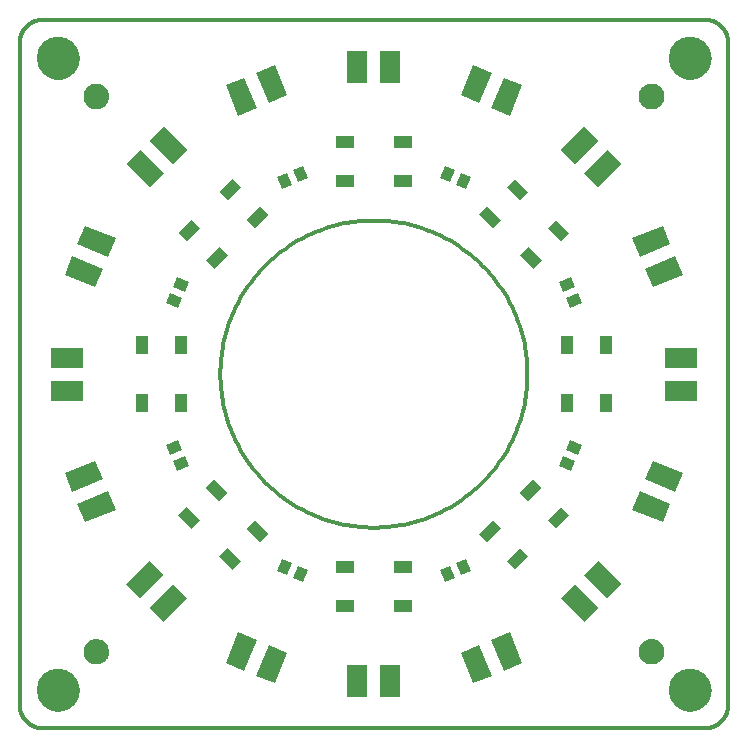
<source format=gts>
G75*
%MOIN*%
%OFA0B0*%
%FSLAX25Y25*%
%IPPOS*%
%LPD*%
%AMOC8*
5,1,8,0,0,1.08239X$1,22.5*
%
%ADD10C,0.01181*%
%ADD11C,0.00000*%
%ADD12C,0.14180*%
%ADD13R,0.06699X0.11030*%
%ADD14R,0.11030X0.06699*%
%ADD15C,0.00500*%
%ADD16R,0.06306X0.03943*%
%ADD17R,0.03943X0.06306*%
%ADD18R,0.03550X0.04337*%
D10*
X0009465Y0003031D02*
X0229937Y0003031D01*
X0229937Y0003032D02*
X0230127Y0003034D01*
X0230317Y0003041D01*
X0230507Y0003053D01*
X0230697Y0003069D01*
X0230886Y0003089D01*
X0231075Y0003115D01*
X0231263Y0003144D01*
X0231450Y0003179D01*
X0231636Y0003218D01*
X0231821Y0003261D01*
X0232006Y0003309D01*
X0232189Y0003361D01*
X0232370Y0003417D01*
X0232550Y0003478D01*
X0232729Y0003544D01*
X0232906Y0003613D01*
X0233082Y0003687D01*
X0233255Y0003765D01*
X0233427Y0003848D01*
X0233596Y0003934D01*
X0233764Y0004024D01*
X0233929Y0004119D01*
X0234092Y0004217D01*
X0234252Y0004320D01*
X0234410Y0004426D01*
X0234565Y0004536D01*
X0234718Y0004649D01*
X0234868Y0004767D01*
X0235014Y0004888D01*
X0235158Y0005012D01*
X0235299Y0005140D01*
X0235437Y0005271D01*
X0235572Y0005406D01*
X0235703Y0005544D01*
X0235831Y0005685D01*
X0235955Y0005829D01*
X0236076Y0005975D01*
X0236194Y0006125D01*
X0236307Y0006278D01*
X0236417Y0006433D01*
X0236523Y0006591D01*
X0236626Y0006751D01*
X0236724Y0006914D01*
X0236819Y0007079D01*
X0236909Y0007247D01*
X0236995Y0007416D01*
X0237078Y0007588D01*
X0237156Y0007761D01*
X0237230Y0007937D01*
X0237299Y0008114D01*
X0237365Y0008293D01*
X0237426Y0008473D01*
X0237482Y0008654D01*
X0237534Y0008837D01*
X0237582Y0009022D01*
X0237625Y0009207D01*
X0237664Y0009393D01*
X0237699Y0009580D01*
X0237728Y0009768D01*
X0237754Y0009957D01*
X0237774Y0010146D01*
X0237790Y0010336D01*
X0237802Y0010526D01*
X0237809Y0010716D01*
X0237811Y0010906D01*
X0237811Y0231378D01*
X0237809Y0231568D01*
X0237802Y0231758D01*
X0237790Y0231948D01*
X0237774Y0232138D01*
X0237754Y0232327D01*
X0237728Y0232516D01*
X0237699Y0232704D01*
X0237664Y0232891D01*
X0237625Y0233077D01*
X0237582Y0233262D01*
X0237534Y0233447D01*
X0237482Y0233630D01*
X0237426Y0233811D01*
X0237365Y0233991D01*
X0237299Y0234170D01*
X0237230Y0234347D01*
X0237156Y0234523D01*
X0237078Y0234696D01*
X0236995Y0234868D01*
X0236909Y0235037D01*
X0236819Y0235205D01*
X0236724Y0235370D01*
X0236626Y0235533D01*
X0236523Y0235693D01*
X0236417Y0235851D01*
X0236307Y0236006D01*
X0236194Y0236159D01*
X0236076Y0236309D01*
X0235955Y0236455D01*
X0235831Y0236599D01*
X0235703Y0236740D01*
X0235572Y0236878D01*
X0235437Y0237013D01*
X0235299Y0237144D01*
X0235158Y0237272D01*
X0235014Y0237396D01*
X0234868Y0237517D01*
X0234718Y0237635D01*
X0234565Y0237748D01*
X0234410Y0237858D01*
X0234252Y0237964D01*
X0234092Y0238067D01*
X0233929Y0238165D01*
X0233764Y0238260D01*
X0233596Y0238350D01*
X0233427Y0238436D01*
X0233255Y0238519D01*
X0233082Y0238597D01*
X0232906Y0238671D01*
X0232729Y0238740D01*
X0232550Y0238806D01*
X0232370Y0238867D01*
X0232189Y0238923D01*
X0232006Y0238975D01*
X0231821Y0239023D01*
X0231636Y0239066D01*
X0231450Y0239105D01*
X0231263Y0239140D01*
X0231075Y0239169D01*
X0230886Y0239195D01*
X0230697Y0239215D01*
X0230507Y0239231D01*
X0230317Y0239243D01*
X0230127Y0239250D01*
X0229937Y0239252D01*
X0009465Y0239252D01*
X0009275Y0239250D01*
X0009085Y0239243D01*
X0008895Y0239231D01*
X0008705Y0239215D01*
X0008516Y0239195D01*
X0008327Y0239169D01*
X0008139Y0239140D01*
X0007952Y0239105D01*
X0007766Y0239066D01*
X0007581Y0239023D01*
X0007396Y0238975D01*
X0007213Y0238923D01*
X0007032Y0238867D01*
X0006852Y0238806D01*
X0006673Y0238740D01*
X0006496Y0238671D01*
X0006320Y0238597D01*
X0006147Y0238519D01*
X0005975Y0238436D01*
X0005806Y0238350D01*
X0005638Y0238260D01*
X0005473Y0238165D01*
X0005310Y0238067D01*
X0005150Y0237964D01*
X0004992Y0237858D01*
X0004837Y0237748D01*
X0004684Y0237635D01*
X0004534Y0237517D01*
X0004388Y0237396D01*
X0004244Y0237272D01*
X0004103Y0237144D01*
X0003965Y0237013D01*
X0003830Y0236878D01*
X0003699Y0236740D01*
X0003571Y0236599D01*
X0003447Y0236455D01*
X0003326Y0236309D01*
X0003208Y0236159D01*
X0003095Y0236006D01*
X0002985Y0235851D01*
X0002879Y0235693D01*
X0002776Y0235533D01*
X0002678Y0235370D01*
X0002583Y0235205D01*
X0002493Y0235037D01*
X0002407Y0234868D01*
X0002324Y0234696D01*
X0002246Y0234523D01*
X0002172Y0234347D01*
X0002103Y0234170D01*
X0002037Y0233991D01*
X0001976Y0233811D01*
X0001920Y0233630D01*
X0001868Y0233447D01*
X0001820Y0233262D01*
X0001777Y0233077D01*
X0001738Y0232891D01*
X0001703Y0232704D01*
X0001674Y0232516D01*
X0001648Y0232327D01*
X0001628Y0232138D01*
X0001612Y0231948D01*
X0001600Y0231758D01*
X0001593Y0231568D01*
X0001591Y0231378D01*
X0001591Y0010906D01*
X0001593Y0010716D01*
X0001600Y0010526D01*
X0001612Y0010336D01*
X0001628Y0010146D01*
X0001648Y0009957D01*
X0001674Y0009768D01*
X0001703Y0009580D01*
X0001738Y0009393D01*
X0001777Y0009207D01*
X0001820Y0009022D01*
X0001868Y0008837D01*
X0001920Y0008654D01*
X0001976Y0008473D01*
X0002037Y0008293D01*
X0002103Y0008114D01*
X0002172Y0007937D01*
X0002246Y0007761D01*
X0002324Y0007588D01*
X0002407Y0007416D01*
X0002493Y0007247D01*
X0002583Y0007079D01*
X0002678Y0006914D01*
X0002776Y0006751D01*
X0002879Y0006591D01*
X0002985Y0006433D01*
X0003095Y0006278D01*
X0003208Y0006125D01*
X0003326Y0005975D01*
X0003447Y0005829D01*
X0003571Y0005685D01*
X0003699Y0005544D01*
X0003830Y0005406D01*
X0003965Y0005271D01*
X0004103Y0005140D01*
X0004244Y0005012D01*
X0004388Y0004888D01*
X0004534Y0004767D01*
X0004684Y0004649D01*
X0004837Y0004536D01*
X0004992Y0004426D01*
X0005150Y0004320D01*
X0005310Y0004217D01*
X0005473Y0004119D01*
X0005638Y0004024D01*
X0005806Y0003934D01*
X0005975Y0003848D01*
X0006147Y0003765D01*
X0006320Y0003687D01*
X0006496Y0003613D01*
X0006673Y0003544D01*
X0006852Y0003478D01*
X0007032Y0003417D01*
X0007213Y0003361D01*
X0007396Y0003309D01*
X0007581Y0003261D01*
X0007766Y0003218D01*
X0007952Y0003179D01*
X0008139Y0003144D01*
X0008327Y0003115D01*
X0008516Y0003089D01*
X0008705Y0003069D01*
X0008895Y0003053D01*
X0009085Y0003041D01*
X0009275Y0003034D01*
X0009465Y0003032D01*
X0068520Y0121142D02*
X0068535Y0122398D01*
X0068582Y0123653D01*
X0068659Y0124907D01*
X0068766Y0126159D01*
X0068905Y0127407D01*
X0069074Y0128652D01*
X0069274Y0129892D01*
X0069503Y0131127D01*
X0069764Y0132356D01*
X0070054Y0133578D01*
X0070374Y0134793D01*
X0070724Y0135999D01*
X0071103Y0137197D01*
X0071512Y0138384D01*
X0071949Y0139562D01*
X0072416Y0140728D01*
X0072911Y0141883D01*
X0073434Y0143025D01*
X0073985Y0144154D01*
X0074563Y0145269D01*
X0075169Y0146369D01*
X0075802Y0147454D01*
X0076461Y0148524D01*
X0077146Y0149577D01*
X0077856Y0150612D01*
X0078592Y0151630D01*
X0079353Y0152630D01*
X0080138Y0153611D01*
X0080946Y0154572D01*
X0081778Y0155513D01*
X0082633Y0156433D01*
X0083511Y0157332D01*
X0084410Y0158210D01*
X0085330Y0159065D01*
X0086271Y0159897D01*
X0087232Y0160705D01*
X0088213Y0161490D01*
X0089213Y0162251D01*
X0090231Y0162987D01*
X0091266Y0163697D01*
X0092319Y0164382D01*
X0093389Y0165041D01*
X0094474Y0165674D01*
X0095574Y0166280D01*
X0096689Y0166858D01*
X0097818Y0167409D01*
X0098960Y0167932D01*
X0100115Y0168427D01*
X0101281Y0168894D01*
X0102459Y0169331D01*
X0103646Y0169740D01*
X0104844Y0170119D01*
X0106050Y0170469D01*
X0107265Y0170789D01*
X0108487Y0171079D01*
X0109716Y0171340D01*
X0110951Y0171569D01*
X0112191Y0171769D01*
X0113436Y0171938D01*
X0114684Y0172077D01*
X0115936Y0172184D01*
X0117190Y0172261D01*
X0118445Y0172308D01*
X0119701Y0172323D01*
X0120957Y0172308D01*
X0122212Y0172261D01*
X0123466Y0172184D01*
X0124718Y0172077D01*
X0125966Y0171938D01*
X0127211Y0171769D01*
X0128451Y0171569D01*
X0129686Y0171340D01*
X0130915Y0171079D01*
X0132137Y0170789D01*
X0133352Y0170469D01*
X0134558Y0170119D01*
X0135756Y0169740D01*
X0136943Y0169331D01*
X0138121Y0168894D01*
X0139287Y0168427D01*
X0140442Y0167932D01*
X0141584Y0167409D01*
X0142713Y0166858D01*
X0143828Y0166280D01*
X0144928Y0165674D01*
X0146013Y0165041D01*
X0147083Y0164382D01*
X0148136Y0163697D01*
X0149171Y0162987D01*
X0150189Y0162251D01*
X0151189Y0161490D01*
X0152170Y0160705D01*
X0153131Y0159897D01*
X0154072Y0159065D01*
X0154992Y0158210D01*
X0155891Y0157332D01*
X0156769Y0156433D01*
X0157624Y0155513D01*
X0158456Y0154572D01*
X0159264Y0153611D01*
X0160049Y0152630D01*
X0160810Y0151630D01*
X0161546Y0150612D01*
X0162256Y0149577D01*
X0162941Y0148524D01*
X0163600Y0147454D01*
X0164233Y0146369D01*
X0164839Y0145269D01*
X0165417Y0144154D01*
X0165968Y0143025D01*
X0166491Y0141883D01*
X0166986Y0140728D01*
X0167453Y0139562D01*
X0167890Y0138384D01*
X0168299Y0137197D01*
X0168678Y0135999D01*
X0169028Y0134793D01*
X0169348Y0133578D01*
X0169638Y0132356D01*
X0169899Y0131127D01*
X0170128Y0129892D01*
X0170328Y0128652D01*
X0170497Y0127407D01*
X0170636Y0126159D01*
X0170743Y0124907D01*
X0170820Y0123653D01*
X0170867Y0122398D01*
X0170882Y0121142D01*
X0170867Y0119886D01*
X0170820Y0118631D01*
X0170743Y0117377D01*
X0170636Y0116125D01*
X0170497Y0114877D01*
X0170328Y0113632D01*
X0170128Y0112392D01*
X0169899Y0111157D01*
X0169638Y0109928D01*
X0169348Y0108706D01*
X0169028Y0107491D01*
X0168678Y0106285D01*
X0168299Y0105087D01*
X0167890Y0103900D01*
X0167453Y0102722D01*
X0166986Y0101556D01*
X0166491Y0100401D01*
X0165968Y0099259D01*
X0165417Y0098130D01*
X0164839Y0097015D01*
X0164233Y0095915D01*
X0163600Y0094830D01*
X0162941Y0093760D01*
X0162256Y0092707D01*
X0161546Y0091672D01*
X0160810Y0090654D01*
X0160049Y0089654D01*
X0159264Y0088673D01*
X0158456Y0087712D01*
X0157624Y0086771D01*
X0156769Y0085851D01*
X0155891Y0084952D01*
X0154992Y0084074D01*
X0154072Y0083219D01*
X0153131Y0082387D01*
X0152170Y0081579D01*
X0151189Y0080794D01*
X0150189Y0080033D01*
X0149171Y0079297D01*
X0148136Y0078587D01*
X0147083Y0077902D01*
X0146013Y0077243D01*
X0144928Y0076610D01*
X0143828Y0076004D01*
X0142713Y0075426D01*
X0141584Y0074875D01*
X0140442Y0074352D01*
X0139287Y0073857D01*
X0138121Y0073390D01*
X0136943Y0072953D01*
X0135756Y0072544D01*
X0134558Y0072165D01*
X0133352Y0071815D01*
X0132137Y0071495D01*
X0130915Y0071205D01*
X0129686Y0070944D01*
X0128451Y0070715D01*
X0127211Y0070515D01*
X0125966Y0070346D01*
X0124718Y0070207D01*
X0123466Y0070100D01*
X0122212Y0070023D01*
X0120957Y0069976D01*
X0119701Y0069961D01*
X0118445Y0069976D01*
X0117190Y0070023D01*
X0115936Y0070100D01*
X0114684Y0070207D01*
X0113436Y0070346D01*
X0112191Y0070515D01*
X0110951Y0070715D01*
X0109716Y0070944D01*
X0108487Y0071205D01*
X0107265Y0071495D01*
X0106050Y0071815D01*
X0104844Y0072165D01*
X0103646Y0072544D01*
X0102459Y0072953D01*
X0101281Y0073390D01*
X0100115Y0073857D01*
X0098960Y0074352D01*
X0097818Y0074875D01*
X0096689Y0075426D01*
X0095574Y0076004D01*
X0094474Y0076610D01*
X0093389Y0077243D01*
X0092319Y0077902D01*
X0091266Y0078587D01*
X0090231Y0079297D01*
X0089213Y0080033D01*
X0088213Y0080794D01*
X0087232Y0081579D01*
X0086271Y0082387D01*
X0085330Y0083219D01*
X0084410Y0084074D01*
X0083511Y0084952D01*
X0082633Y0085851D01*
X0081778Y0086771D01*
X0080946Y0087712D01*
X0080138Y0088673D01*
X0079353Y0089654D01*
X0078592Y0090654D01*
X0077856Y0091672D01*
X0077146Y0092707D01*
X0076461Y0093760D01*
X0075802Y0094830D01*
X0075169Y0095915D01*
X0074563Y0097015D01*
X0073985Y0098130D01*
X0073434Y0099259D01*
X0072911Y0100401D01*
X0072416Y0101556D01*
X0071949Y0102722D01*
X0071512Y0103900D01*
X0071103Y0105087D01*
X0070724Y0106285D01*
X0070374Y0107491D01*
X0070054Y0108706D01*
X0069764Y0109928D01*
X0069503Y0111157D01*
X0069274Y0112392D01*
X0069074Y0113632D01*
X0068905Y0114877D01*
X0068766Y0116125D01*
X0068659Y0117377D01*
X0068582Y0118631D01*
X0068535Y0119886D01*
X0068520Y0121142D01*
D11*
X0007496Y0226457D02*
X0007498Y0226626D01*
X0007504Y0226795D01*
X0007515Y0226964D01*
X0007529Y0227132D01*
X0007548Y0227300D01*
X0007571Y0227468D01*
X0007597Y0227635D01*
X0007628Y0227801D01*
X0007663Y0227967D01*
X0007702Y0228131D01*
X0007746Y0228295D01*
X0007793Y0228457D01*
X0007844Y0228618D01*
X0007899Y0228778D01*
X0007958Y0228937D01*
X0008020Y0229094D01*
X0008087Y0229249D01*
X0008158Y0229403D01*
X0008232Y0229555D01*
X0008310Y0229705D01*
X0008391Y0229853D01*
X0008476Y0229999D01*
X0008565Y0230143D01*
X0008657Y0230285D01*
X0008753Y0230424D01*
X0008852Y0230561D01*
X0008954Y0230696D01*
X0009060Y0230828D01*
X0009169Y0230957D01*
X0009281Y0231084D01*
X0009396Y0231208D01*
X0009514Y0231329D01*
X0009635Y0231447D01*
X0009759Y0231562D01*
X0009886Y0231674D01*
X0010015Y0231783D01*
X0010147Y0231889D01*
X0010282Y0231991D01*
X0010419Y0232090D01*
X0010558Y0232186D01*
X0010700Y0232278D01*
X0010844Y0232367D01*
X0010990Y0232452D01*
X0011138Y0232533D01*
X0011288Y0232611D01*
X0011440Y0232685D01*
X0011594Y0232756D01*
X0011749Y0232823D01*
X0011906Y0232885D01*
X0012065Y0232944D01*
X0012225Y0232999D01*
X0012386Y0233050D01*
X0012548Y0233097D01*
X0012712Y0233141D01*
X0012876Y0233180D01*
X0013042Y0233215D01*
X0013208Y0233246D01*
X0013375Y0233272D01*
X0013543Y0233295D01*
X0013711Y0233314D01*
X0013879Y0233328D01*
X0014048Y0233339D01*
X0014217Y0233345D01*
X0014386Y0233347D01*
X0014555Y0233345D01*
X0014724Y0233339D01*
X0014893Y0233328D01*
X0015061Y0233314D01*
X0015229Y0233295D01*
X0015397Y0233272D01*
X0015564Y0233246D01*
X0015730Y0233215D01*
X0015896Y0233180D01*
X0016060Y0233141D01*
X0016224Y0233097D01*
X0016386Y0233050D01*
X0016547Y0232999D01*
X0016707Y0232944D01*
X0016866Y0232885D01*
X0017023Y0232823D01*
X0017178Y0232756D01*
X0017332Y0232685D01*
X0017484Y0232611D01*
X0017634Y0232533D01*
X0017782Y0232452D01*
X0017928Y0232367D01*
X0018072Y0232278D01*
X0018214Y0232186D01*
X0018353Y0232090D01*
X0018490Y0231991D01*
X0018625Y0231889D01*
X0018757Y0231783D01*
X0018886Y0231674D01*
X0019013Y0231562D01*
X0019137Y0231447D01*
X0019258Y0231329D01*
X0019376Y0231208D01*
X0019491Y0231084D01*
X0019603Y0230957D01*
X0019712Y0230828D01*
X0019818Y0230696D01*
X0019920Y0230561D01*
X0020019Y0230424D01*
X0020115Y0230285D01*
X0020207Y0230143D01*
X0020296Y0229999D01*
X0020381Y0229853D01*
X0020462Y0229705D01*
X0020540Y0229555D01*
X0020614Y0229403D01*
X0020685Y0229249D01*
X0020752Y0229094D01*
X0020814Y0228937D01*
X0020873Y0228778D01*
X0020928Y0228618D01*
X0020979Y0228457D01*
X0021026Y0228295D01*
X0021070Y0228131D01*
X0021109Y0227967D01*
X0021144Y0227801D01*
X0021175Y0227635D01*
X0021201Y0227468D01*
X0021224Y0227300D01*
X0021243Y0227132D01*
X0021257Y0226964D01*
X0021268Y0226795D01*
X0021274Y0226626D01*
X0021276Y0226457D01*
X0021274Y0226288D01*
X0021268Y0226119D01*
X0021257Y0225950D01*
X0021243Y0225782D01*
X0021224Y0225614D01*
X0021201Y0225446D01*
X0021175Y0225279D01*
X0021144Y0225113D01*
X0021109Y0224947D01*
X0021070Y0224783D01*
X0021026Y0224619D01*
X0020979Y0224457D01*
X0020928Y0224296D01*
X0020873Y0224136D01*
X0020814Y0223977D01*
X0020752Y0223820D01*
X0020685Y0223665D01*
X0020614Y0223511D01*
X0020540Y0223359D01*
X0020462Y0223209D01*
X0020381Y0223061D01*
X0020296Y0222915D01*
X0020207Y0222771D01*
X0020115Y0222629D01*
X0020019Y0222490D01*
X0019920Y0222353D01*
X0019818Y0222218D01*
X0019712Y0222086D01*
X0019603Y0221957D01*
X0019491Y0221830D01*
X0019376Y0221706D01*
X0019258Y0221585D01*
X0019137Y0221467D01*
X0019013Y0221352D01*
X0018886Y0221240D01*
X0018757Y0221131D01*
X0018625Y0221025D01*
X0018490Y0220923D01*
X0018353Y0220824D01*
X0018214Y0220728D01*
X0018072Y0220636D01*
X0017928Y0220547D01*
X0017782Y0220462D01*
X0017634Y0220381D01*
X0017484Y0220303D01*
X0017332Y0220229D01*
X0017178Y0220158D01*
X0017023Y0220091D01*
X0016866Y0220029D01*
X0016707Y0219970D01*
X0016547Y0219915D01*
X0016386Y0219864D01*
X0016224Y0219817D01*
X0016060Y0219773D01*
X0015896Y0219734D01*
X0015730Y0219699D01*
X0015564Y0219668D01*
X0015397Y0219642D01*
X0015229Y0219619D01*
X0015061Y0219600D01*
X0014893Y0219586D01*
X0014724Y0219575D01*
X0014555Y0219569D01*
X0014386Y0219567D01*
X0014217Y0219569D01*
X0014048Y0219575D01*
X0013879Y0219586D01*
X0013711Y0219600D01*
X0013543Y0219619D01*
X0013375Y0219642D01*
X0013208Y0219668D01*
X0013042Y0219699D01*
X0012876Y0219734D01*
X0012712Y0219773D01*
X0012548Y0219817D01*
X0012386Y0219864D01*
X0012225Y0219915D01*
X0012065Y0219970D01*
X0011906Y0220029D01*
X0011749Y0220091D01*
X0011594Y0220158D01*
X0011440Y0220229D01*
X0011288Y0220303D01*
X0011138Y0220381D01*
X0010990Y0220462D01*
X0010844Y0220547D01*
X0010700Y0220636D01*
X0010558Y0220728D01*
X0010419Y0220824D01*
X0010282Y0220923D01*
X0010147Y0221025D01*
X0010015Y0221131D01*
X0009886Y0221240D01*
X0009759Y0221352D01*
X0009635Y0221467D01*
X0009514Y0221585D01*
X0009396Y0221706D01*
X0009281Y0221830D01*
X0009169Y0221957D01*
X0009060Y0222086D01*
X0008954Y0222218D01*
X0008852Y0222353D01*
X0008753Y0222490D01*
X0008657Y0222629D01*
X0008565Y0222771D01*
X0008476Y0222915D01*
X0008391Y0223061D01*
X0008310Y0223209D01*
X0008232Y0223359D01*
X0008158Y0223511D01*
X0008087Y0223665D01*
X0008020Y0223820D01*
X0007958Y0223977D01*
X0007899Y0224136D01*
X0007844Y0224296D01*
X0007793Y0224457D01*
X0007746Y0224619D01*
X0007702Y0224783D01*
X0007663Y0224947D01*
X0007628Y0225113D01*
X0007597Y0225279D01*
X0007571Y0225446D01*
X0007548Y0225614D01*
X0007529Y0225782D01*
X0007515Y0225950D01*
X0007504Y0226119D01*
X0007498Y0226288D01*
X0007496Y0226457D01*
X0007496Y0015827D02*
X0007498Y0015996D01*
X0007504Y0016165D01*
X0007515Y0016334D01*
X0007529Y0016502D01*
X0007548Y0016670D01*
X0007571Y0016838D01*
X0007597Y0017005D01*
X0007628Y0017171D01*
X0007663Y0017337D01*
X0007702Y0017501D01*
X0007746Y0017665D01*
X0007793Y0017827D01*
X0007844Y0017988D01*
X0007899Y0018148D01*
X0007958Y0018307D01*
X0008020Y0018464D01*
X0008087Y0018619D01*
X0008158Y0018773D01*
X0008232Y0018925D01*
X0008310Y0019075D01*
X0008391Y0019223D01*
X0008476Y0019369D01*
X0008565Y0019513D01*
X0008657Y0019655D01*
X0008753Y0019794D01*
X0008852Y0019931D01*
X0008954Y0020066D01*
X0009060Y0020198D01*
X0009169Y0020327D01*
X0009281Y0020454D01*
X0009396Y0020578D01*
X0009514Y0020699D01*
X0009635Y0020817D01*
X0009759Y0020932D01*
X0009886Y0021044D01*
X0010015Y0021153D01*
X0010147Y0021259D01*
X0010282Y0021361D01*
X0010419Y0021460D01*
X0010558Y0021556D01*
X0010700Y0021648D01*
X0010844Y0021737D01*
X0010990Y0021822D01*
X0011138Y0021903D01*
X0011288Y0021981D01*
X0011440Y0022055D01*
X0011594Y0022126D01*
X0011749Y0022193D01*
X0011906Y0022255D01*
X0012065Y0022314D01*
X0012225Y0022369D01*
X0012386Y0022420D01*
X0012548Y0022467D01*
X0012712Y0022511D01*
X0012876Y0022550D01*
X0013042Y0022585D01*
X0013208Y0022616D01*
X0013375Y0022642D01*
X0013543Y0022665D01*
X0013711Y0022684D01*
X0013879Y0022698D01*
X0014048Y0022709D01*
X0014217Y0022715D01*
X0014386Y0022717D01*
X0014555Y0022715D01*
X0014724Y0022709D01*
X0014893Y0022698D01*
X0015061Y0022684D01*
X0015229Y0022665D01*
X0015397Y0022642D01*
X0015564Y0022616D01*
X0015730Y0022585D01*
X0015896Y0022550D01*
X0016060Y0022511D01*
X0016224Y0022467D01*
X0016386Y0022420D01*
X0016547Y0022369D01*
X0016707Y0022314D01*
X0016866Y0022255D01*
X0017023Y0022193D01*
X0017178Y0022126D01*
X0017332Y0022055D01*
X0017484Y0021981D01*
X0017634Y0021903D01*
X0017782Y0021822D01*
X0017928Y0021737D01*
X0018072Y0021648D01*
X0018214Y0021556D01*
X0018353Y0021460D01*
X0018490Y0021361D01*
X0018625Y0021259D01*
X0018757Y0021153D01*
X0018886Y0021044D01*
X0019013Y0020932D01*
X0019137Y0020817D01*
X0019258Y0020699D01*
X0019376Y0020578D01*
X0019491Y0020454D01*
X0019603Y0020327D01*
X0019712Y0020198D01*
X0019818Y0020066D01*
X0019920Y0019931D01*
X0020019Y0019794D01*
X0020115Y0019655D01*
X0020207Y0019513D01*
X0020296Y0019369D01*
X0020381Y0019223D01*
X0020462Y0019075D01*
X0020540Y0018925D01*
X0020614Y0018773D01*
X0020685Y0018619D01*
X0020752Y0018464D01*
X0020814Y0018307D01*
X0020873Y0018148D01*
X0020928Y0017988D01*
X0020979Y0017827D01*
X0021026Y0017665D01*
X0021070Y0017501D01*
X0021109Y0017337D01*
X0021144Y0017171D01*
X0021175Y0017005D01*
X0021201Y0016838D01*
X0021224Y0016670D01*
X0021243Y0016502D01*
X0021257Y0016334D01*
X0021268Y0016165D01*
X0021274Y0015996D01*
X0021276Y0015827D01*
X0021274Y0015658D01*
X0021268Y0015489D01*
X0021257Y0015320D01*
X0021243Y0015152D01*
X0021224Y0014984D01*
X0021201Y0014816D01*
X0021175Y0014649D01*
X0021144Y0014483D01*
X0021109Y0014317D01*
X0021070Y0014153D01*
X0021026Y0013989D01*
X0020979Y0013827D01*
X0020928Y0013666D01*
X0020873Y0013506D01*
X0020814Y0013347D01*
X0020752Y0013190D01*
X0020685Y0013035D01*
X0020614Y0012881D01*
X0020540Y0012729D01*
X0020462Y0012579D01*
X0020381Y0012431D01*
X0020296Y0012285D01*
X0020207Y0012141D01*
X0020115Y0011999D01*
X0020019Y0011860D01*
X0019920Y0011723D01*
X0019818Y0011588D01*
X0019712Y0011456D01*
X0019603Y0011327D01*
X0019491Y0011200D01*
X0019376Y0011076D01*
X0019258Y0010955D01*
X0019137Y0010837D01*
X0019013Y0010722D01*
X0018886Y0010610D01*
X0018757Y0010501D01*
X0018625Y0010395D01*
X0018490Y0010293D01*
X0018353Y0010194D01*
X0018214Y0010098D01*
X0018072Y0010006D01*
X0017928Y0009917D01*
X0017782Y0009832D01*
X0017634Y0009751D01*
X0017484Y0009673D01*
X0017332Y0009599D01*
X0017178Y0009528D01*
X0017023Y0009461D01*
X0016866Y0009399D01*
X0016707Y0009340D01*
X0016547Y0009285D01*
X0016386Y0009234D01*
X0016224Y0009187D01*
X0016060Y0009143D01*
X0015896Y0009104D01*
X0015730Y0009069D01*
X0015564Y0009038D01*
X0015397Y0009012D01*
X0015229Y0008989D01*
X0015061Y0008970D01*
X0014893Y0008956D01*
X0014724Y0008945D01*
X0014555Y0008939D01*
X0014386Y0008937D01*
X0014217Y0008939D01*
X0014048Y0008945D01*
X0013879Y0008956D01*
X0013711Y0008970D01*
X0013543Y0008989D01*
X0013375Y0009012D01*
X0013208Y0009038D01*
X0013042Y0009069D01*
X0012876Y0009104D01*
X0012712Y0009143D01*
X0012548Y0009187D01*
X0012386Y0009234D01*
X0012225Y0009285D01*
X0012065Y0009340D01*
X0011906Y0009399D01*
X0011749Y0009461D01*
X0011594Y0009528D01*
X0011440Y0009599D01*
X0011288Y0009673D01*
X0011138Y0009751D01*
X0010990Y0009832D01*
X0010844Y0009917D01*
X0010700Y0010006D01*
X0010558Y0010098D01*
X0010419Y0010194D01*
X0010282Y0010293D01*
X0010147Y0010395D01*
X0010015Y0010501D01*
X0009886Y0010610D01*
X0009759Y0010722D01*
X0009635Y0010837D01*
X0009514Y0010955D01*
X0009396Y0011076D01*
X0009281Y0011200D01*
X0009169Y0011327D01*
X0009060Y0011456D01*
X0008954Y0011588D01*
X0008852Y0011723D01*
X0008753Y0011860D01*
X0008657Y0011999D01*
X0008565Y0012141D01*
X0008476Y0012285D01*
X0008391Y0012431D01*
X0008310Y0012579D01*
X0008232Y0012729D01*
X0008158Y0012881D01*
X0008087Y0013035D01*
X0008020Y0013190D01*
X0007958Y0013347D01*
X0007899Y0013506D01*
X0007844Y0013666D01*
X0007793Y0013827D01*
X0007746Y0013989D01*
X0007702Y0014153D01*
X0007663Y0014317D01*
X0007628Y0014483D01*
X0007597Y0014649D01*
X0007571Y0014816D01*
X0007548Y0014984D01*
X0007529Y0015152D01*
X0007515Y0015320D01*
X0007504Y0015489D01*
X0007498Y0015658D01*
X0007496Y0015827D01*
X0218126Y0015827D02*
X0218128Y0015996D01*
X0218134Y0016165D01*
X0218145Y0016334D01*
X0218159Y0016502D01*
X0218178Y0016670D01*
X0218201Y0016838D01*
X0218227Y0017005D01*
X0218258Y0017171D01*
X0218293Y0017337D01*
X0218332Y0017501D01*
X0218376Y0017665D01*
X0218423Y0017827D01*
X0218474Y0017988D01*
X0218529Y0018148D01*
X0218588Y0018307D01*
X0218650Y0018464D01*
X0218717Y0018619D01*
X0218788Y0018773D01*
X0218862Y0018925D01*
X0218940Y0019075D01*
X0219021Y0019223D01*
X0219106Y0019369D01*
X0219195Y0019513D01*
X0219287Y0019655D01*
X0219383Y0019794D01*
X0219482Y0019931D01*
X0219584Y0020066D01*
X0219690Y0020198D01*
X0219799Y0020327D01*
X0219911Y0020454D01*
X0220026Y0020578D01*
X0220144Y0020699D01*
X0220265Y0020817D01*
X0220389Y0020932D01*
X0220516Y0021044D01*
X0220645Y0021153D01*
X0220777Y0021259D01*
X0220912Y0021361D01*
X0221049Y0021460D01*
X0221188Y0021556D01*
X0221330Y0021648D01*
X0221474Y0021737D01*
X0221620Y0021822D01*
X0221768Y0021903D01*
X0221918Y0021981D01*
X0222070Y0022055D01*
X0222224Y0022126D01*
X0222379Y0022193D01*
X0222536Y0022255D01*
X0222695Y0022314D01*
X0222855Y0022369D01*
X0223016Y0022420D01*
X0223178Y0022467D01*
X0223342Y0022511D01*
X0223506Y0022550D01*
X0223672Y0022585D01*
X0223838Y0022616D01*
X0224005Y0022642D01*
X0224173Y0022665D01*
X0224341Y0022684D01*
X0224509Y0022698D01*
X0224678Y0022709D01*
X0224847Y0022715D01*
X0225016Y0022717D01*
X0225185Y0022715D01*
X0225354Y0022709D01*
X0225523Y0022698D01*
X0225691Y0022684D01*
X0225859Y0022665D01*
X0226027Y0022642D01*
X0226194Y0022616D01*
X0226360Y0022585D01*
X0226526Y0022550D01*
X0226690Y0022511D01*
X0226854Y0022467D01*
X0227016Y0022420D01*
X0227177Y0022369D01*
X0227337Y0022314D01*
X0227496Y0022255D01*
X0227653Y0022193D01*
X0227808Y0022126D01*
X0227962Y0022055D01*
X0228114Y0021981D01*
X0228264Y0021903D01*
X0228412Y0021822D01*
X0228558Y0021737D01*
X0228702Y0021648D01*
X0228844Y0021556D01*
X0228983Y0021460D01*
X0229120Y0021361D01*
X0229255Y0021259D01*
X0229387Y0021153D01*
X0229516Y0021044D01*
X0229643Y0020932D01*
X0229767Y0020817D01*
X0229888Y0020699D01*
X0230006Y0020578D01*
X0230121Y0020454D01*
X0230233Y0020327D01*
X0230342Y0020198D01*
X0230448Y0020066D01*
X0230550Y0019931D01*
X0230649Y0019794D01*
X0230745Y0019655D01*
X0230837Y0019513D01*
X0230926Y0019369D01*
X0231011Y0019223D01*
X0231092Y0019075D01*
X0231170Y0018925D01*
X0231244Y0018773D01*
X0231315Y0018619D01*
X0231382Y0018464D01*
X0231444Y0018307D01*
X0231503Y0018148D01*
X0231558Y0017988D01*
X0231609Y0017827D01*
X0231656Y0017665D01*
X0231700Y0017501D01*
X0231739Y0017337D01*
X0231774Y0017171D01*
X0231805Y0017005D01*
X0231831Y0016838D01*
X0231854Y0016670D01*
X0231873Y0016502D01*
X0231887Y0016334D01*
X0231898Y0016165D01*
X0231904Y0015996D01*
X0231906Y0015827D01*
X0231904Y0015658D01*
X0231898Y0015489D01*
X0231887Y0015320D01*
X0231873Y0015152D01*
X0231854Y0014984D01*
X0231831Y0014816D01*
X0231805Y0014649D01*
X0231774Y0014483D01*
X0231739Y0014317D01*
X0231700Y0014153D01*
X0231656Y0013989D01*
X0231609Y0013827D01*
X0231558Y0013666D01*
X0231503Y0013506D01*
X0231444Y0013347D01*
X0231382Y0013190D01*
X0231315Y0013035D01*
X0231244Y0012881D01*
X0231170Y0012729D01*
X0231092Y0012579D01*
X0231011Y0012431D01*
X0230926Y0012285D01*
X0230837Y0012141D01*
X0230745Y0011999D01*
X0230649Y0011860D01*
X0230550Y0011723D01*
X0230448Y0011588D01*
X0230342Y0011456D01*
X0230233Y0011327D01*
X0230121Y0011200D01*
X0230006Y0011076D01*
X0229888Y0010955D01*
X0229767Y0010837D01*
X0229643Y0010722D01*
X0229516Y0010610D01*
X0229387Y0010501D01*
X0229255Y0010395D01*
X0229120Y0010293D01*
X0228983Y0010194D01*
X0228844Y0010098D01*
X0228702Y0010006D01*
X0228558Y0009917D01*
X0228412Y0009832D01*
X0228264Y0009751D01*
X0228114Y0009673D01*
X0227962Y0009599D01*
X0227808Y0009528D01*
X0227653Y0009461D01*
X0227496Y0009399D01*
X0227337Y0009340D01*
X0227177Y0009285D01*
X0227016Y0009234D01*
X0226854Y0009187D01*
X0226690Y0009143D01*
X0226526Y0009104D01*
X0226360Y0009069D01*
X0226194Y0009038D01*
X0226027Y0009012D01*
X0225859Y0008989D01*
X0225691Y0008970D01*
X0225523Y0008956D01*
X0225354Y0008945D01*
X0225185Y0008939D01*
X0225016Y0008937D01*
X0224847Y0008939D01*
X0224678Y0008945D01*
X0224509Y0008956D01*
X0224341Y0008970D01*
X0224173Y0008989D01*
X0224005Y0009012D01*
X0223838Y0009038D01*
X0223672Y0009069D01*
X0223506Y0009104D01*
X0223342Y0009143D01*
X0223178Y0009187D01*
X0223016Y0009234D01*
X0222855Y0009285D01*
X0222695Y0009340D01*
X0222536Y0009399D01*
X0222379Y0009461D01*
X0222224Y0009528D01*
X0222070Y0009599D01*
X0221918Y0009673D01*
X0221768Y0009751D01*
X0221620Y0009832D01*
X0221474Y0009917D01*
X0221330Y0010006D01*
X0221188Y0010098D01*
X0221049Y0010194D01*
X0220912Y0010293D01*
X0220777Y0010395D01*
X0220645Y0010501D01*
X0220516Y0010610D01*
X0220389Y0010722D01*
X0220265Y0010837D01*
X0220144Y0010955D01*
X0220026Y0011076D01*
X0219911Y0011200D01*
X0219799Y0011327D01*
X0219690Y0011456D01*
X0219584Y0011588D01*
X0219482Y0011723D01*
X0219383Y0011860D01*
X0219287Y0011999D01*
X0219195Y0012141D01*
X0219106Y0012285D01*
X0219021Y0012431D01*
X0218940Y0012579D01*
X0218862Y0012729D01*
X0218788Y0012881D01*
X0218717Y0013035D01*
X0218650Y0013190D01*
X0218588Y0013347D01*
X0218529Y0013506D01*
X0218474Y0013666D01*
X0218423Y0013827D01*
X0218376Y0013989D01*
X0218332Y0014153D01*
X0218293Y0014317D01*
X0218258Y0014483D01*
X0218227Y0014649D01*
X0218201Y0014816D01*
X0218178Y0014984D01*
X0218159Y0015152D01*
X0218145Y0015320D01*
X0218134Y0015489D01*
X0218128Y0015658D01*
X0218126Y0015827D01*
X0218126Y0226457D02*
X0218128Y0226626D01*
X0218134Y0226795D01*
X0218145Y0226964D01*
X0218159Y0227132D01*
X0218178Y0227300D01*
X0218201Y0227468D01*
X0218227Y0227635D01*
X0218258Y0227801D01*
X0218293Y0227967D01*
X0218332Y0228131D01*
X0218376Y0228295D01*
X0218423Y0228457D01*
X0218474Y0228618D01*
X0218529Y0228778D01*
X0218588Y0228937D01*
X0218650Y0229094D01*
X0218717Y0229249D01*
X0218788Y0229403D01*
X0218862Y0229555D01*
X0218940Y0229705D01*
X0219021Y0229853D01*
X0219106Y0229999D01*
X0219195Y0230143D01*
X0219287Y0230285D01*
X0219383Y0230424D01*
X0219482Y0230561D01*
X0219584Y0230696D01*
X0219690Y0230828D01*
X0219799Y0230957D01*
X0219911Y0231084D01*
X0220026Y0231208D01*
X0220144Y0231329D01*
X0220265Y0231447D01*
X0220389Y0231562D01*
X0220516Y0231674D01*
X0220645Y0231783D01*
X0220777Y0231889D01*
X0220912Y0231991D01*
X0221049Y0232090D01*
X0221188Y0232186D01*
X0221330Y0232278D01*
X0221474Y0232367D01*
X0221620Y0232452D01*
X0221768Y0232533D01*
X0221918Y0232611D01*
X0222070Y0232685D01*
X0222224Y0232756D01*
X0222379Y0232823D01*
X0222536Y0232885D01*
X0222695Y0232944D01*
X0222855Y0232999D01*
X0223016Y0233050D01*
X0223178Y0233097D01*
X0223342Y0233141D01*
X0223506Y0233180D01*
X0223672Y0233215D01*
X0223838Y0233246D01*
X0224005Y0233272D01*
X0224173Y0233295D01*
X0224341Y0233314D01*
X0224509Y0233328D01*
X0224678Y0233339D01*
X0224847Y0233345D01*
X0225016Y0233347D01*
X0225185Y0233345D01*
X0225354Y0233339D01*
X0225523Y0233328D01*
X0225691Y0233314D01*
X0225859Y0233295D01*
X0226027Y0233272D01*
X0226194Y0233246D01*
X0226360Y0233215D01*
X0226526Y0233180D01*
X0226690Y0233141D01*
X0226854Y0233097D01*
X0227016Y0233050D01*
X0227177Y0232999D01*
X0227337Y0232944D01*
X0227496Y0232885D01*
X0227653Y0232823D01*
X0227808Y0232756D01*
X0227962Y0232685D01*
X0228114Y0232611D01*
X0228264Y0232533D01*
X0228412Y0232452D01*
X0228558Y0232367D01*
X0228702Y0232278D01*
X0228844Y0232186D01*
X0228983Y0232090D01*
X0229120Y0231991D01*
X0229255Y0231889D01*
X0229387Y0231783D01*
X0229516Y0231674D01*
X0229643Y0231562D01*
X0229767Y0231447D01*
X0229888Y0231329D01*
X0230006Y0231208D01*
X0230121Y0231084D01*
X0230233Y0230957D01*
X0230342Y0230828D01*
X0230448Y0230696D01*
X0230550Y0230561D01*
X0230649Y0230424D01*
X0230745Y0230285D01*
X0230837Y0230143D01*
X0230926Y0229999D01*
X0231011Y0229853D01*
X0231092Y0229705D01*
X0231170Y0229555D01*
X0231244Y0229403D01*
X0231315Y0229249D01*
X0231382Y0229094D01*
X0231444Y0228937D01*
X0231503Y0228778D01*
X0231558Y0228618D01*
X0231609Y0228457D01*
X0231656Y0228295D01*
X0231700Y0228131D01*
X0231739Y0227967D01*
X0231774Y0227801D01*
X0231805Y0227635D01*
X0231831Y0227468D01*
X0231854Y0227300D01*
X0231873Y0227132D01*
X0231887Y0226964D01*
X0231898Y0226795D01*
X0231904Y0226626D01*
X0231906Y0226457D01*
X0231904Y0226288D01*
X0231898Y0226119D01*
X0231887Y0225950D01*
X0231873Y0225782D01*
X0231854Y0225614D01*
X0231831Y0225446D01*
X0231805Y0225279D01*
X0231774Y0225113D01*
X0231739Y0224947D01*
X0231700Y0224783D01*
X0231656Y0224619D01*
X0231609Y0224457D01*
X0231558Y0224296D01*
X0231503Y0224136D01*
X0231444Y0223977D01*
X0231382Y0223820D01*
X0231315Y0223665D01*
X0231244Y0223511D01*
X0231170Y0223359D01*
X0231092Y0223209D01*
X0231011Y0223061D01*
X0230926Y0222915D01*
X0230837Y0222771D01*
X0230745Y0222629D01*
X0230649Y0222490D01*
X0230550Y0222353D01*
X0230448Y0222218D01*
X0230342Y0222086D01*
X0230233Y0221957D01*
X0230121Y0221830D01*
X0230006Y0221706D01*
X0229888Y0221585D01*
X0229767Y0221467D01*
X0229643Y0221352D01*
X0229516Y0221240D01*
X0229387Y0221131D01*
X0229255Y0221025D01*
X0229120Y0220923D01*
X0228983Y0220824D01*
X0228844Y0220728D01*
X0228702Y0220636D01*
X0228558Y0220547D01*
X0228412Y0220462D01*
X0228264Y0220381D01*
X0228114Y0220303D01*
X0227962Y0220229D01*
X0227808Y0220158D01*
X0227653Y0220091D01*
X0227496Y0220029D01*
X0227337Y0219970D01*
X0227177Y0219915D01*
X0227016Y0219864D01*
X0226854Y0219817D01*
X0226690Y0219773D01*
X0226526Y0219734D01*
X0226360Y0219699D01*
X0226194Y0219668D01*
X0226027Y0219642D01*
X0225859Y0219619D01*
X0225691Y0219600D01*
X0225523Y0219586D01*
X0225354Y0219575D01*
X0225185Y0219569D01*
X0225016Y0219567D01*
X0224847Y0219569D01*
X0224678Y0219575D01*
X0224509Y0219586D01*
X0224341Y0219600D01*
X0224173Y0219619D01*
X0224005Y0219642D01*
X0223838Y0219668D01*
X0223672Y0219699D01*
X0223506Y0219734D01*
X0223342Y0219773D01*
X0223178Y0219817D01*
X0223016Y0219864D01*
X0222855Y0219915D01*
X0222695Y0219970D01*
X0222536Y0220029D01*
X0222379Y0220091D01*
X0222224Y0220158D01*
X0222070Y0220229D01*
X0221918Y0220303D01*
X0221768Y0220381D01*
X0221620Y0220462D01*
X0221474Y0220547D01*
X0221330Y0220636D01*
X0221188Y0220728D01*
X0221049Y0220824D01*
X0220912Y0220923D01*
X0220777Y0221025D01*
X0220645Y0221131D01*
X0220516Y0221240D01*
X0220389Y0221352D01*
X0220265Y0221467D01*
X0220144Y0221585D01*
X0220026Y0221706D01*
X0219911Y0221830D01*
X0219799Y0221957D01*
X0219690Y0222086D01*
X0219584Y0222218D01*
X0219482Y0222353D01*
X0219383Y0222490D01*
X0219287Y0222629D01*
X0219195Y0222771D01*
X0219106Y0222915D01*
X0219021Y0223061D01*
X0218940Y0223209D01*
X0218862Y0223359D01*
X0218788Y0223511D01*
X0218717Y0223665D01*
X0218650Y0223820D01*
X0218588Y0223977D01*
X0218529Y0224136D01*
X0218474Y0224296D01*
X0218423Y0224457D01*
X0218376Y0224619D01*
X0218332Y0224783D01*
X0218293Y0224947D01*
X0218258Y0225113D01*
X0218227Y0225279D01*
X0218201Y0225446D01*
X0218178Y0225614D01*
X0218159Y0225782D01*
X0218145Y0225950D01*
X0218134Y0226119D01*
X0218128Y0226288D01*
X0218126Y0226457D01*
D12*
X0225016Y0226457D03*
X0014386Y0226457D03*
X0014386Y0015827D03*
X0225016Y0015827D03*
D13*
G36*
X0189713Y0054188D02*
X0194449Y0058924D01*
X0202247Y0051126D01*
X0197511Y0046390D01*
X0189713Y0054188D01*
G37*
G36*
X0181918Y0046393D02*
X0186654Y0051129D01*
X0194452Y0043331D01*
X0189716Y0038595D01*
X0181918Y0046393D01*
G37*
G36*
X0158762Y0032493D02*
X0164949Y0035056D01*
X0169170Y0024867D01*
X0162983Y0022304D01*
X0158762Y0032493D01*
G37*
G36*
X0148578Y0028275D02*
X0154765Y0030838D01*
X0158986Y0020649D01*
X0152799Y0018086D01*
X0148578Y0028275D01*
G37*
X0125213Y0018780D03*
X0114189Y0018780D03*
G36*
X0084637Y0030838D02*
X0090824Y0028275D01*
X0086603Y0018086D01*
X0080416Y0020649D01*
X0084637Y0030838D01*
G37*
G36*
X0074452Y0035056D02*
X0080639Y0032493D01*
X0076418Y0022304D01*
X0070231Y0024867D01*
X0074452Y0035056D01*
G37*
G36*
X0052747Y0051129D02*
X0057483Y0046393D01*
X0049685Y0038595D01*
X0044949Y0043331D01*
X0052747Y0051129D01*
G37*
G36*
X0044952Y0058924D02*
X0049688Y0054188D01*
X0041890Y0046390D01*
X0037154Y0051126D01*
X0044952Y0058924D01*
G37*
G36*
X0031052Y0082080D02*
X0033615Y0075893D01*
X0023426Y0071672D01*
X0020863Y0077859D01*
X0031052Y0082080D01*
G37*
G36*
X0026834Y0092265D02*
X0029397Y0086078D01*
X0019208Y0081857D01*
X0016645Y0088044D01*
X0026834Y0092265D01*
G37*
G36*
X0029397Y0156206D02*
X0026834Y0150019D01*
X0016645Y0154240D01*
X0019208Y0160427D01*
X0029397Y0156206D01*
G37*
G36*
X0033615Y0166390D02*
X0031052Y0160203D01*
X0020863Y0164424D01*
X0023426Y0170611D01*
X0033615Y0166390D01*
G37*
G36*
X0049688Y0188095D02*
X0044952Y0183359D01*
X0037154Y0191157D01*
X0041890Y0195893D01*
X0049688Y0188095D01*
G37*
G36*
X0057483Y0195890D02*
X0052747Y0191154D01*
X0044949Y0198952D01*
X0049685Y0203688D01*
X0057483Y0195890D01*
G37*
G36*
X0080639Y0209790D02*
X0074452Y0207227D01*
X0070231Y0217416D01*
X0076418Y0219979D01*
X0080639Y0209790D01*
G37*
G36*
X0090824Y0214009D02*
X0084637Y0211446D01*
X0080416Y0221635D01*
X0086603Y0224198D01*
X0090824Y0214009D01*
G37*
X0114189Y0223504D03*
X0125213Y0223504D03*
G36*
X0154765Y0211446D02*
X0148578Y0214009D01*
X0152799Y0224198D01*
X0158986Y0221635D01*
X0154765Y0211446D01*
G37*
G36*
X0164949Y0207227D02*
X0158762Y0209790D01*
X0162983Y0219979D01*
X0169170Y0217416D01*
X0164949Y0207227D01*
G37*
G36*
X0186654Y0191154D02*
X0181918Y0195890D01*
X0189716Y0203688D01*
X0194452Y0198952D01*
X0186654Y0191154D01*
G37*
G36*
X0194449Y0183359D02*
X0189713Y0188095D01*
X0197511Y0195893D01*
X0202247Y0191157D01*
X0194449Y0183359D01*
G37*
G36*
X0208349Y0160203D02*
X0205786Y0166390D01*
X0215975Y0170611D01*
X0218538Y0164424D01*
X0208349Y0160203D01*
G37*
G36*
X0212568Y0150019D02*
X0210005Y0156206D01*
X0220194Y0160427D01*
X0222757Y0154240D01*
X0212568Y0150019D01*
G37*
G36*
X0210005Y0086078D02*
X0212568Y0092265D01*
X0222757Y0088044D01*
X0220194Y0081857D01*
X0210005Y0086078D01*
G37*
G36*
X0205786Y0075893D02*
X0208349Y0082080D01*
X0218538Y0077859D01*
X0215975Y0071672D01*
X0205786Y0075893D01*
G37*
D14*
X0222063Y0115630D03*
X0222063Y0126654D03*
X0017339Y0126654D03*
X0017339Y0115630D03*
D15*
X0026497Y0032499D02*
X0025835Y0032322D01*
X0025213Y0032032D01*
X0024650Y0031638D01*
X0024165Y0031153D01*
X0023772Y0030591D01*
X0023482Y0029969D01*
X0023304Y0029306D01*
X0023244Y0028622D01*
X0023304Y0027938D01*
X0023482Y0027276D01*
X0023772Y0026654D01*
X0024165Y0026091D01*
X0024650Y0025606D01*
X0025213Y0025212D01*
X0025835Y0024922D01*
X0026497Y0024745D01*
X0027181Y0024685D01*
X0027865Y0024745D01*
X0028528Y0024922D01*
X0029150Y0025212D01*
X0029712Y0025606D01*
X0030197Y0026091D01*
X0030591Y0026654D01*
X0030881Y0027276D01*
X0031058Y0027938D01*
X0031118Y0028622D01*
X0031058Y0029306D01*
X0030881Y0029969D01*
X0030591Y0030591D01*
X0030197Y0031153D01*
X0029712Y0031638D01*
X0029150Y0032032D01*
X0028528Y0032322D01*
X0027865Y0032499D01*
X0027181Y0032559D01*
X0026497Y0032499D01*
X0026152Y0032407D02*
X0028210Y0032407D01*
X0029326Y0031908D02*
X0025036Y0031908D01*
X0024422Y0031410D02*
X0029940Y0031410D01*
X0030366Y0030911D02*
X0023996Y0030911D01*
X0023689Y0030413D02*
X0030674Y0030413D01*
X0030895Y0029914D02*
X0023467Y0029914D01*
X0023333Y0029416D02*
X0031029Y0029416D01*
X0031092Y0028917D02*
X0023270Y0028917D01*
X0023262Y0028419D02*
X0031100Y0028419D01*
X0031053Y0027920D02*
X0023309Y0027920D01*
X0023442Y0027422D02*
X0030920Y0027422D01*
X0030716Y0026923D02*
X0023646Y0026923D01*
X0023932Y0026425D02*
X0030430Y0026425D01*
X0030032Y0025926D02*
X0024330Y0025926D01*
X0024905Y0025428D02*
X0029457Y0025428D01*
X0028542Y0024929D02*
X0025820Y0024929D01*
X0208283Y0028622D02*
X0208343Y0029306D01*
X0208521Y0029969D01*
X0208811Y0030591D01*
X0209205Y0031153D01*
X0209690Y0031638D01*
X0210252Y0032032D01*
X0210874Y0032322D01*
X0211537Y0032499D01*
X0212220Y0032559D01*
X0212904Y0032499D01*
X0213567Y0032322D01*
X0214189Y0032032D01*
X0214751Y0031638D01*
X0215236Y0031153D01*
X0215630Y0030591D01*
X0215920Y0029969D01*
X0216098Y0029306D01*
X0216157Y0028622D01*
X0216098Y0027938D01*
X0215920Y0027276D01*
X0215630Y0026654D01*
X0215236Y0026091D01*
X0214751Y0025606D01*
X0214189Y0025212D01*
X0213567Y0024922D01*
X0212904Y0024745D01*
X0212220Y0024685D01*
X0211537Y0024745D01*
X0210874Y0024922D01*
X0210252Y0025212D01*
X0209690Y0025606D01*
X0209205Y0026091D01*
X0208811Y0026654D01*
X0208521Y0027276D01*
X0208343Y0027938D01*
X0208283Y0028622D01*
X0208301Y0028419D02*
X0216140Y0028419D01*
X0216132Y0028917D02*
X0208309Y0028917D01*
X0208373Y0029416D02*
X0216068Y0029416D01*
X0215935Y0029914D02*
X0208506Y0029914D01*
X0208728Y0030413D02*
X0215713Y0030413D01*
X0215406Y0030911D02*
X0209035Y0030911D01*
X0209462Y0031410D02*
X0214979Y0031410D01*
X0214365Y0031908D02*
X0210076Y0031908D01*
X0211192Y0032407D02*
X0213249Y0032407D01*
X0216093Y0027920D02*
X0208348Y0027920D01*
X0208482Y0027422D02*
X0215959Y0027422D01*
X0215756Y0026923D02*
X0208685Y0026923D01*
X0208971Y0026425D02*
X0215470Y0026425D01*
X0215071Y0025926D02*
X0209370Y0025926D01*
X0209945Y0025428D02*
X0214496Y0025428D01*
X0213581Y0024929D02*
X0210860Y0024929D01*
X0212220Y0209724D02*
X0212904Y0209784D01*
X0213567Y0209962D01*
X0214189Y0210252D01*
X0214751Y0210645D01*
X0215236Y0211131D01*
X0215630Y0211693D01*
X0215920Y0212315D01*
X0216098Y0212978D01*
X0216157Y0213661D01*
X0216098Y0214345D01*
X0215920Y0215008D01*
X0215630Y0215630D01*
X0215236Y0216192D01*
X0214751Y0216677D01*
X0214189Y0217071D01*
X0213567Y0217361D01*
X0212904Y0217539D01*
X0212220Y0217598D01*
X0211537Y0217539D01*
X0210874Y0217361D01*
X0210252Y0217071D01*
X0209690Y0216677D01*
X0209205Y0216192D01*
X0208811Y0215630D01*
X0208521Y0215008D01*
X0208343Y0214345D01*
X0208283Y0213661D01*
X0208343Y0212978D01*
X0208521Y0212315D01*
X0208811Y0211693D01*
X0209205Y0211131D01*
X0209690Y0210645D01*
X0210252Y0210252D01*
X0210874Y0209962D01*
X0211537Y0209784D01*
X0212220Y0209724D01*
X0211192Y0209877D02*
X0213249Y0209877D01*
X0214365Y0210375D02*
X0210076Y0210375D01*
X0209462Y0210874D02*
X0214979Y0210874D01*
X0215405Y0211372D02*
X0209035Y0211372D01*
X0208728Y0211871D02*
X0215713Y0211871D01*
X0215935Y0212369D02*
X0208506Y0212369D01*
X0208373Y0212868D02*
X0216068Y0212868D01*
X0216132Y0213366D02*
X0208309Y0213366D01*
X0208301Y0213865D02*
X0216140Y0213865D01*
X0216093Y0214363D02*
X0208348Y0214363D01*
X0208482Y0214862D02*
X0215959Y0214862D01*
X0215756Y0215360D02*
X0208685Y0215360D01*
X0208971Y0215859D02*
X0215470Y0215859D01*
X0215071Y0216357D02*
X0209370Y0216357D01*
X0209945Y0216856D02*
X0214496Y0216856D01*
X0213581Y0217354D02*
X0210860Y0217354D01*
X0031118Y0213661D02*
X0031058Y0214345D01*
X0030881Y0215008D01*
X0030591Y0215630D01*
X0030197Y0216192D01*
X0029712Y0216677D01*
X0029150Y0217071D01*
X0028528Y0217361D01*
X0027865Y0217539D01*
X0027181Y0217598D01*
X0026497Y0217539D01*
X0025835Y0217361D01*
X0025213Y0217071D01*
X0024650Y0216677D01*
X0024165Y0216192D01*
X0023772Y0215630D01*
X0023482Y0215008D01*
X0023304Y0214345D01*
X0023244Y0213661D01*
X0023304Y0212978D01*
X0023482Y0212315D01*
X0023772Y0211693D01*
X0024165Y0211131D01*
X0024650Y0210645D01*
X0025213Y0210252D01*
X0025835Y0209962D01*
X0026497Y0209784D01*
X0027181Y0209724D01*
X0027865Y0209784D01*
X0028528Y0209962D01*
X0029150Y0210252D01*
X0029712Y0210645D01*
X0030197Y0211131D01*
X0030591Y0211693D01*
X0030881Y0212315D01*
X0031058Y0212978D01*
X0031118Y0213661D01*
X0031100Y0213865D02*
X0023262Y0213865D01*
X0023270Y0213366D02*
X0031092Y0213366D01*
X0031029Y0212868D02*
X0023333Y0212868D01*
X0023467Y0212369D02*
X0030895Y0212369D01*
X0030674Y0211871D02*
X0023689Y0211871D01*
X0023996Y0211372D02*
X0030366Y0211372D01*
X0029940Y0210874D02*
X0024422Y0210874D01*
X0025036Y0210375D02*
X0029326Y0210375D01*
X0028210Y0209877D02*
X0026152Y0209877D01*
X0023309Y0214363D02*
X0031053Y0214363D01*
X0030920Y0214862D02*
X0023442Y0214862D01*
X0023646Y0215360D02*
X0030716Y0215360D01*
X0030430Y0215859D02*
X0023932Y0215859D01*
X0024330Y0216357D02*
X0030032Y0216357D01*
X0029457Y0216856D02*
X0024905Y0216856D01*
X0025820Y0217354D02*
X0028542Y0217354D01*
D16*
G36*
X0068195Y0181831D02*
X0072653Y0186289D01*
X0075441Y0183501D01*
X0070983Y0179043D01*
X0068195Y0181831D01*
G37*
G36*
X0077381Y0172644D02*
X0081839Y0177102D01*
X0084627Y0174314D01*
X0080169Y0169856D01*
X0077381Y0172644D01*
G37*
G36*
X0063740Y0159003D02*
X0068198Y0163461D01*
X0070986Y0160673D01*
X0066528Y0156215D01*
X0063740Y0159003D01*
G37*
G36*
X0054554Y0168190D02*
X0059012Y0172648D01*
X0061800Y0169860D01*
X0057342Y0165402D01*
X0054554Y0168190D01*
G37*
X0110055Y0185512D03*
X0110055Y0198504D03*
X0129346Y0198504D03*
X0129346Y0185512D03*
G36*
X0157562Y0177102D02*
X0162020Y0172644D01*
X0159232Y0169856D01*
X0154774Y0174314D01*
X0157562Y0177102D01*
G37*
G36*
X0166749Y0186289D02*
X0171207Y0181831D01*
X0168419Y0179043D01*
X0163961Y0183501D01*
X0166749Y0186289D01*
G37*
G36*
X0180390Y0172648D02*
X0184848Y0168190D01*
X0182060Y0165402D01*
X0177602Y0169860D01*
X0180390Y0172648D01*
G37*
G36*
X0171203Y0163461D02*
X0175661Y0159003D01*
X0172873Y0156215D01*
X0168415Y0160673D01*
X0171203Y0163461D01*
G37*
G36*
X0175661Y0083280D02*
X0171203Y0078822D01*
X0168415Y0081610D01*
X0172873Y0086068D01*
X0175661Y0083280D01*
G37*
G36*
X0184848Y0074094D02*
X0180390Y0069636D01*
X0177602Y0072424D01*
X0182060Y0076882D01*
X0184848Y0074094D01*
G37*
G36*
X0171207Y0060453D02*
X0166749Y0055995D01*
X0163961Y0058783D01*
X0168419Y0063241D01*
X0171207Y0060453D01*
G37*
G36*
X0162020Y0069639D02*
X0157562Y0065181D01*
X0154774Y0067969D01*
X0159232Y0072427D01*
X0162020Y0069639D01*
G37*
X0129346Y0056772D03*
X0129346Y0043780D03*
X0110055Y0043780D03*
X0110055Y0056772D03*
G36*
X0081839Y0065181D02*
X0077381Y0069639D01*
X0080169Y0072427D01*
X0084627Y0067969D01*
X0081839Y0065181D01*
G37*
G36*
X0072653Y0055995D02*
X0068195Y0060453D01*
X0070983Y0063241D01*
X0075441Y0058783D01*
X0072653Y0055995D01*
G37*
G36*
X0059012Y0069636D02*
X0054554Y0074094D01*
X0057342Y0076882D01*
X0061800Y0072424D01*
X0059012Y0069636D01*
G37*
G36*
X0068198Y0078822D02*
X0063740Y0083280D01*
X0066528Y0086068D01*
X0070986Y0081610D01*
X0068198Y0078822D01*
G37*
D17*
X0055331Y0111496D03*
X0042339Y0111496D03*
X0042339Y0130787D03*
X0055331Y0130787D03*
X0184071Y0130787D03*
X0197063Y0130787D03*
X0197063Y0111496D03*
X0184071Y0111496D03*
D18*
G36*
X0183599Y0095851D02*
X0184958Y0099130D01*
X0188963Y0097471D01*
X0187604Y0094192D01*
X0183599Y0095851D01*
G37*
G36*
X0181415Y0090577D02*
X0182774Y0093856D01*
X0186779Y0092197D01*
X0185420Y0088918D01*
X0181415Y0090577D01*
G37*
G36*
X0146987Y0058069D02*
X0150266Y0059428D01*
X0151925Y0055423D01*
X0148646Y0054064D01*
X0146987Y0058069D01*
G37*
G36*
X0141713Y0055884D02*
X0144992Y0057243D01*
X0146651Y0053238D01*
X0143372Y0051879D01*
X0141713Y0055884D01*
G37*
G36*
X0094410Y0057243D02*
X0097689Y0055884D01*
X0096030Y0051879D01*
X0092751Y0053238D01*
X0094410Y0057243D01*
G37*
G36*
X0089136Y0059428D02*
X0092415Y0058069D01*
X0090756Y0054064D01*
X0087477Y0055423D01*
X0089136Y0059428D01*
G37*
G36*
X0056628Y0093856D02*
X0057987Y0090577D01*
X0053982Y0088918D01*
X0052623Y0092197D01*
X0056628Y0093856D01*
G37*
G36*
X0054443Y0099130D02*
X0055802Y0095851D01*
X0051797Y0094192D01*
X0050438Y0097471D01*
X0054443Y0099130D01*
G37*
G36*
X0055802Y0146433D02*
X0054443Y0143154D01*
X0050438Y0144813D01*
X0051797Y0148092D01*
X0055802Y0146433D01*
G37*
G36*
X0057987Y0151707D02*
X0056628Y0148428D01*
X0052623Y0150087D01*
X0053982Y0153366D01*
X0057987Y0151707D01*
G37*
G36*
X0092415Y0184215D02*
X0089136Y0182856D01*
X0087477Y0186861D01*
X0090756Y0188220D01*
X0092415Y0184215D01*
G37*
G36*
X0097689Y0186399D02*
X0094410Y0185040D01*
X0092751Y0189045D01*
X0096030Y0190404D01*
X0097689Y0186399D01*
G37*
G36*
X0144992Y0185040D02*
X0141713Y0186399D01*
X0143372Y0190404D01*
X0146651Y0189045D01*
X0144992Y0185040D01*
G37*
G36*
X0150266Y0182856D02*
X0146987Y0184215D01*
X0148646Y0188220D01*
X0151925Y0186861D01*
X0150266Y0182856D01*
G37*
G36*
X0182774Y0148428D02*
X0181415Y0151707D01*
X0185420Y0153366D01*
X0186779Y0150087D01*
X0182774Y0148428D01*
G37*
G36*
X0184958Y0143154D02*
X0183599Y0146433D01*
X0187604Y0148092D01*
X0188963Y0144813D01*
X0184958Y0143154D01*
G37*
M02*

</source>
